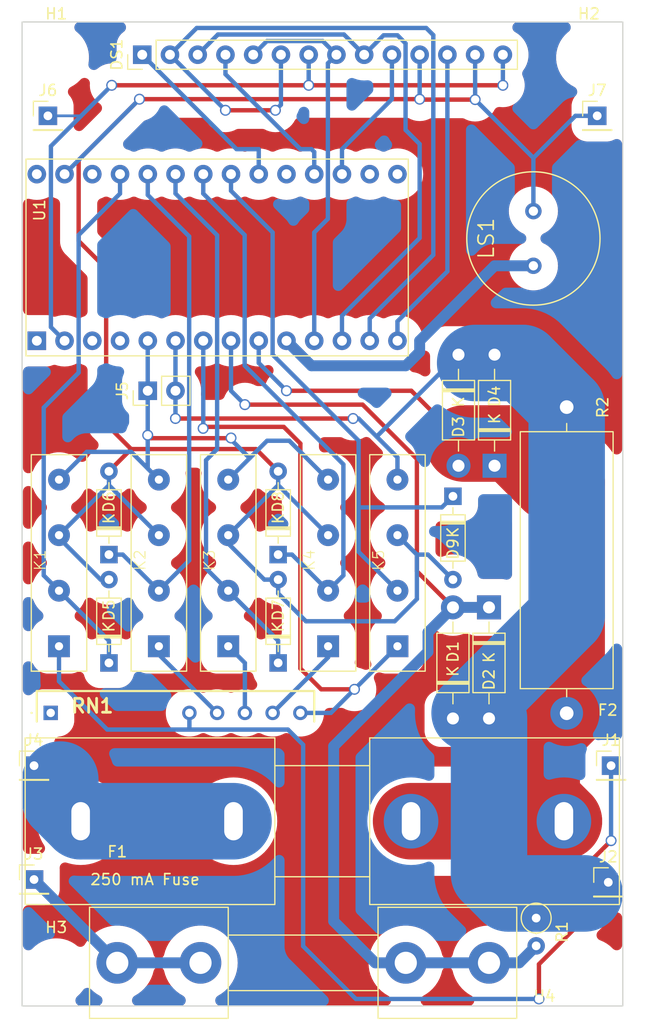
<source format=kicad_pcb>
(kicad_pcb (version 20221018) (generator pcbnew)
  (layers (0 "F.Cu" signal) (31 "B.Cu" signal) (34 "B.Paste" user) (35 "F.Paste" user) (36 "B.SilkS" user "B.Silkscreen") (37 "F.SilkS" user "F.Silkscreen") (38 "B.Mask" user) (39 "F.Mask" user) (44 "Edge.Cuts" user))
  (net 0 "")
  (net 1 "+3.3V")
  (net 2 "GND")
  (net 7 "/Speaker Control")
  (net 13 "/Input Common")
  (net 14 "/mA ADC In")
  (net 15 "/A ADC In")
  (net 16 "/TOUCH IRQ")
  (net 17 "/MISO")
  (net 18 "/MOSI")
  (net 19 "/TOUCH CS")
  (net 20 "/SCK")
  (net 21 "/TFT DC")
  (net 22 "/TFT CS")
  (net 23 "/mA In")
  (net 24 "/A In")
  (net 25 "/V{slash}Ohm In")
  (net 26 "/V{slash}Ohm ADC In")
  (net 27 "/Low Range Control")
  (net 28 "/Med Range Control")
  (net 29 "/High Range Control")
  (net 30 "/UH Range Control")
  (net 31 "/Ohm Vout")
  (net 32 "/V{slash}Ohm Control")
  (net 33 "Net-(K2-COM)")
  (net 34 "Net-(K3-COM)")
  (net 35 "Net-(K4-COM)")
  (footprint "502ProjectFootprints:SIL03-1A72-71_4" (layer "F.Cu") (at 139.192 102.87 90)
    (fp_text reference "K3" (at 0.254 -1.73 90 unlocked) (layer "F.SilkS") (effects (font (thickness 0.1))))
    (fp_text value "High Range")
    (pad "1" thru_hole rect (at -7.62 0 90) (size 2 2) (drill 0.75) (layers "*.Cu" "*.Mask") (net 34 "Net-(K3-COM)"))
    (pad "3" thru_hole circle (at -2.54 0 90) (size 2 2) (drill 0.75) (layers "*.Cu" "*.Mask" "Eco1.User") (net 29 "/High Range Control"))
    (pad "5" thru_hole circle (at 2.54 0 90) (size 2 2) (drill 0.75) (layers "*.Cu" "*.Mask") (net 2 "GND"))
    (pad "7" thru_hole circle (at 7.62 0 90) (size 2 2) (drill 0.75) (layers "*.Cu" "*.Mask") (net 26 "/V{slash}Ohm ADC In"))
  )
  (footprint "502ProjectFootprints:LF124041_4" (layer "F.Cu") (at 145.9992 124.968)
    (fp_text reference "F2" (at 27.94 -8.636 unlocked) (layer "F.SilkS"))
    (fp_text value "10A Fuse")
    (pad "1" thru_hole circle (at -20.32 1.524) (size 5 5) (drill oval 1.7 3.5) (layers "*.Cu" "*.Mask") (net 24 "/A In"))
    (pad "2" thru_hole circle (at -6.3246 1.524) (size 5 5) (drill oval 1.7 3.5) (layers "*.Cu" "*.Mask") (net 24 "/A In"))
    (pad "3" thru_hole circle (at 9.9314 1.524) (size 5 5) (drill oval 1.7 3.5) (layers "*.Cu" "*.Mask") (net 15 "/A ADC In"))
    (pad "4" thru_hole circle (at 23.9268 1.524) (size 5 5) (drill oval 1.7 3.5) (layers "*.Cu" "*.Mask") (net 15 "/A ADC In"))
  )
  (footprint "502ProjectFootprints:MountingHole_3mm" (layer "F.Cu") (at 172.212 140.208)
    (fp_text reference "H4" (at -4.064 2.286) (layer "F.SilkS"))
    (fp_text value "MountingHole")
    (pad "" np_thru_hole circle (at 0 0) (size 3 3) (drill 3) (layers "F&B.Cu" "*.Mask") (clearance 1.5))
  )
  (footprint "Diode_THT:D_DO-35_SOD27_P7.62mm_Horizontal" (layer "F.Cu") (at 128.27 102.108 90)
    (fp_text reference "D6" (at 4.826 0 90) (layer "F.SilkS"))
    (fp_text value "1N4148")
    (fp_text user "K" (at 3.302 0 90) (layer "F.SilkS"))
    (pad "1" thru_hole rect (at 0 0 90) (size 1.6 1.6) (drill 0.8) (layers "*.Cu" "*.Mask") (net 28 "/Med Range Control"))
    (pad "2" thru_hole oval (at 7.62 0 90) (size 1.6 1.6) (drill 0.8) (layers "*.Cu" "*.Mask") (net 2 "GND"))
  )
  (footprint "502ProjectFootprints:PinHeader_1x01_P2.54mm_Vertical_H0.8mm" (layer "F.Cu") (at 121.412 121.412)
    (fp_text reference "J4" (at 0 -2.33) (layer "F.SilkS"))
    (fp_text value "A")
    (pad "1" thru_hole rect (at 0 0) (size 1.7 1.7) (drill 0.8) (layers "*.Cu" "*.Mask") (net 24 "/A In"))
  )
  (footprint "Diode_THT:D_DO-41_SOD81_P10.16mm_Horizontal" (layer "F.Cu") (at 163.068 106.934 -90)
    (fp_text reference "D2" (at 6.604 0 90) (layer "F.SilkS"))
    (fp_text value "1N4001")
    (fp_text user "K" (at 4.572 0 90) (layer "F.SilkS"))
    (pad "1" thru_hole rect (at 0 0 270) (size 2.2 2.2) (drill 1.1) (layers "*.Cu" "*.Mask") (net 14 "/mA ADC In"))
    (pad "2" thru_hole oval (at 10.16 0 270) (size 2.2 2.2) (drill 1.1) (layers "*.Cu" "*.Mask") (net 13 "/Input Common"))
  )
  (footprint "502ProjectFootprints:PinHeader_1x01_P2.54mm_Vertical_H0.8mm" (layer "F.Cu") (at 172.974 61.976)
    (fp_text reference "J7" (at 0 -2.33) (layer "F.SilkS"))
    (fp_text value "GND")
    (pad "1" thru_hole rect (at 0 0) (size 1.7 1.7) (drill 0.8) (layers "*.Cu" "*.Mask") (net 2 "GND"))
  )
  (footprint "Diode_THT:D_DO-35_SOD27_P7.62mm_Horizontal" (layer "F.Cu") (at 159.766 96.774 -90)
    (fp_text reference "D9" (at 4.826 0 90) (layer "F.SilkS"))
    (fp_text value "1N4148")
    (fp_text user "K" (at 3.302 0 90) (layer "F.SilkS"))
    (pad "1" thru_hole rect (at 0 0 270) (size 1.6 1.6) (drill 0.8) (layers "*.Cu" "*.Mask") (net 32 "/V{slash}Ohm Control"))
    (pad "2" thru_hole oval (at 7.62 0 270) (size 1.6 1.6) (drill 0.8) (layers "*.Cu" "*.Mask") (net 2 "GND"))
  )
  (footprint "502ProjectFootprints:SIL03-1A72-71_4" (layer "F.Cu") (at 154.686 102.87 90)
    (fp_text reference "K5" (at 0.254 -1.73 90 unlocked) (layer "F.SilkS") (effects (font (thickness 0.1))))
    (fp_text value "V/Ohm Switch")
    (pad "1" thru_hole rect (at -7.62 0 90) (size 2 2) (drill 0.75) (layers "*.Cu" "*.Mask") (net 31 "/Ohm Vout"))
    (pad "3" thru_hole circle (at -2.54 0 90) (size 2 2) (drill 0.75) (layers "*.Cu" "*.Mask" "Eco1.User") (net 32 "/V{slash}Ohm Control"))
    (pad "5" thru_hole circle (at 2.54 0 90) (size 2 2) (drill 0.75) (layers "*.Cu" "*.Mask") (net 2 "GND"))
    (pad "7" thru_hole circle (at 7.62 0 90) (size 2 2) (drill 0.75) (layers "*.Cu" "*.Mask") (net 13 "/Input Common"))
  )
  (footprint "Diode_THT:D_DO-41_SOD81_P10.16mm_Horizontal" (layer "F.Cu") (at 159.766 117.094 90)
    (fp_text reference "D1" (at 6.096 0 90) (layer "F.SilkS"))
    (fp_text value "1N4001")
    (fp_text user "K" (at 4.318 0 90) (layer "F.SilkS"))
    (pad "1" thru_hole rect (at 0 0 90) (size 2.2 2.2) (drill 1.1) (layers "*.Cu" "*.Mask") (net 13 "/Input Common"))
    (pad "2" thru_hole oval (at 10.16 0 90) (size 2.2 2.2) (drill 1.1) (layers "*.Cu" "*.Mask") (net 14 "/mA ADC In"))
  )
  (footprint "502ProjectFootprints:PinHeader_1x01_P2.54mm_Vertical_H0.8mm" (layer "F.Cu") (at 121.412 131.826)
    (fp_text reference "J3" (at 0 -2.33) (layer "F.SilkS"))
    (fp_text value "mA")
    (pad "1" thru_hole rect (at 0 0) (size 1.7 1.7) (drill 0.8) (layers "*.Cu" "*.Mask") (net 23 "/mA In"))
  )
  (footprint "502ProjectFootprints:MountingHole_3mm" (layer "F.Cu") (at 123.444 140.208)
    (fp_text reference "H3" (at 0 -4) (layer "F.SilkS"))
    (fp_text value "MountingHole")
    (pad "" np_thru_hole circle (at 0 0) (size 3 3) (drill 3) (layers "F&B.Cu" "*.Mask") (clearance 1.5))
  )
  (footprint "Resistor_THT:R_Axial_DIN0207_L6.3mm_D2.5mm_P2.54mm_Vertical" (layer "F.Cu") (at 167.386 135.353 -90)
    (fp_text reference "R1" (at 1.27 -2.37 90) (layer "F.SilkS"))
    (fp_text value "5 Ohm")
    (pad "1" thru_hole circle (at 0 0 270) (size 1.6 1.6) (drill 0.8) (layers "*.Cu" "*.Mask") (net 13 "/Input Common"))
    (pad "2" thru_hole oval (at 2.54 0 270) (size 1.6 1.6) (drill 0.8) (layers "*.Cu" "*.Mask") (net 14 "/mA ADC In"))
  )
  (footprint "502ProjectFootprints:LOB-1528272_3" (layer "F.Cu") (at 170.18 102.616 90)
    (fp_text reference "R2" (at 13.97 3.302 90 unlocked) (layer "F.SilkS"))
    (fp_text value "0.05 Ohm")
    (pad "1" thru_hole circle (at -14 0 90) (size 3 3) (drill 1.25) (layers "*.Cu" "*.Mask") (net 15 "/A ADC In"))
    (pad "2" thru_hole circle (at 14 0 90) (size 3 3) (drill 1.25) (layers "*.Cu" "*.Mask") (net 13 "/Input Common"))
  )
  (footprint "502ProjectFootprints:MountingHole_3mm" (layer "F.Cu") (at 123.444 56.642)
    (fp_text reference "H1" (at 0 -4) (layer "F.SilkS"))
    (fp_text value "MountingHole")
    (pad "" np_thru_hole circle (at 0 0) (size 3 3) (drill 3) (layers "F&B.Cu" "*.Mask") (clearance 1.5))
  )
  (footprint "502ProjectFootprints:PinHeader_1x01_P2.54mm_Vertical_H0.8mm" (layer "F.Cu") (at 174.244 121.412)
    (fp_text reference "J1" (at 0 -2.33) (layer "F.SilkS"))
    (fp_text value "V/Ohm")
    (pad "1" thru_hole rect (at 0 0) (size 1.7 1.7) (drill 0.8) (layers "*.Cu" "*.Mask") (net 25 "/V{slash}Ohm In"))
  )
  (footprint "502ProjectFootprints:PinHeader_1x01_P2.54mm_Vertical_H0.8mm" (layer "F.Cu") (at 173.99 132.08)
    (fp_text reference "J2" (at 0 -2.33) (layer "F.SilkS"))
    (fp_text value "Com")
    (pad "1" thru_hole rect (at 0 0) (size 1.7 1.7) (drill 0.8) (layers "*.Cu" "*.Mask") (net 13 "/Input Common"))
  )
  (footprint "502ProjectFootprints:PinHeader_1x01_P2.54mm_Vertical_H0.8mm" (layer "F.Cu") (at 122.682 61.976)
    (fp_text reference "J6" (at 0 -2.33) (layer "F.SilkS"))
    (fp_text value "3.3V")
    (pad "1" thru_hole rect (at 0 0) (size 1.7 1.7) (drill 0.8) (layers "*.Cu" "*.Mask") (net 1 "+3.3V"))
  )
  (footprint "Diode_THT:D_DO-35_SOD27_P7.62mm_Horizontal" (layer "F.Cu") (at 143.764 102.108 90)
    (fp_text reference "D8" (at 4.826 0 90) (layer "F.SilkS"))
    (fp_text value "1N4148")
    (fp_text user "K" (at 3.302 0 90) (layer "F.SilkS"))
    (pad "1" thru_hole rect (at 0 0 90) (size 1.6 1.6) (drill 0.8) (layers "*.Cu" "*.Mask") (net 30 "/UH Range Control"))
    (pad "2" thru_hole oval (at 7.62 0 90) (size 1.6 1.6) (drill 0.8) (layers "*.Cu" "*.Mask") (net 2 "GND"))
  )
  (footprint "Diode_THT:D_DO-35_SOD27_P7.62mm_Horizontal" (layer "F.Cu") (at 143.764 112.014 90)
    (fp_text reference "D7" (at 4.826 0 90) (layer "F.SilkS"))
    (fp_text value "1N4148")
    (fp_text user "K" (at 3.302 0 90) (layer "F.SilkS"))
    (pad "1" thru_hole rect (at 0 0 90) (size 1.6 1.6) (drill 0.8) (layers "*.Cu" "*.Mask") (net 29 "/High Range Control"))
    (pad "2" thru_hole oval (at 7.62 0 90) (size 1.6 1.6) (drill 0.8) (layers "*.Cu" "*.Mask") (net 2 "GND"))
  )
  (footprint "502ProjectFootprints:SIL03-1A72-71_4" (layer "F.Cu") (at 123.698 102.87 90)
    (fp_text reference "K1" (at 0.254 -1.73 90 unlocked) (layer "F.SilkS") (effects (font (thickness 0.1))))
    (fp_text value "Low Range")
    (pad "1" thru_hole rect (at -7.62 0 90) (size 2 2) (drill 0.75) (layers "*.Cu" "*.Mask") (net 25 "/V{slash}Ohm In"))
    (pad "3" thru_hole circle (at -2.54 0 90) (size 2 2) (drill 0.75) (layers "*.Cu" "*.Mask" "Eco1.User") (net 27 "/Low Range Control"))
    (pad "5" thru_hole circle (at 2.54 0 90) (size 2 2) (drill 0.75) (layers "*.Cu" "*.Mask") (net 2 "GND"))
    (pad "7" thru_hole circle (at 7.62 0 90) (size 2 2) (drill 0.75) (layers "*.Cu" "*.Mask") (net 26 "/V{slash}Ohm ADC In"))
  )
  (footprint "502ProjectFootprints:PinHeader_1x02_P2.54mm_Vertical_H0.9mm" (layer "F.Cu") (at 131.821 87.122 90)
    (fp_text reference "J5" (at 0 -2.33 90) (layer "F.SilkS"))
    (fp_text value "Parallel Prot")
    (pad "1" thru_hole rect (at 0 0 90) (size 1.7 1.7) (drill 0.9) (layers "*.Cu" "*.Mask") (net 26 "/V{slash}Ohm ADC In"))
    (pad "2" thru_hole oval (at 0 2.54 90) (size 1.7 1.7) (drill 0.9) (layers "*.Cu" "*.Mask") (net 13 "/Input Common"))
  )
  (footprint "502ProjectFootprints:PinHeader_1x14_P2.54mm_Vertical_H0.9mm" (layer "F.Cu") (at 131.318 56.388 90)
    (fp_text reference "DS1" (at 0 -2.33 90) (layer "F.SilkS"))
    (fp_text value "TFT_Interface")
    (pad "1" thru_hole rect (at 0 0 90) (size 1.7 1.7) (drill 0.9) (layers "*.Cu" "*.Mask") (net 16 "/TOUCH IRQ"))
    (pad "2" thru_hole oval (at 0 2.54 90) (size 1.7 1.7) (drill 0.9) (layers "*.Cu" "*.Mask") (net 17 "/MISO"))
    (pad "3" thru_hole oval (at 0 5.08 90) (size 1.7 1.7) (drill 0.9) (layers "*.Cu" "*.Mask") (net 18 "/MOSI"))
    (pad "4" thru_hole oval (at 0 7.62 90) (size 1.7 1.7) (drill 0.9) (layers "*.Cu" "*.Mask") (net 19 "/TOUCH CS"))
    (pad "5" thru_hole oval (at 0 10.16 90) (size 1.7 1.7) (drill 0.9) (layers "*.Cu" "*.Mask") (net 20 "/SCK"))
    (pad "6" thru_hole oval (at 0 12.7 90) (size 1.7 1.7) (drill 0.9) (layers "*.Cu" "*.Mask") (net 17 "/MISO"))
    (pad "7" thru_hole oval (at 0 15.24 90) (size 1.7 1.7) (drill 0.9) (layers "*.Cu" "*.Mask") (net 1 "+3.3V"))
    (pad "8" thru_hole oval (at 0 17.78 90) (size 1.7 1.7) (drill 0.9) (layers "*.Cu" "*.Mask") (net 20 "/SCK"))
    (pad "9" thru_hole oval (at 0 20.32 90) (size 1.7 1.7) (drill 0.9) (layers "*.Cu" "*.Mask") (net 18 "/MOSI"))
    (pad "10" thru_hole oval (at 0 22.86 90) (size 1.7 1.7) (drill 0.9) (layers "*.Cu" "*.Mask") (net 21 "/TFT DC"))
    (pad "11" thru_hole oval (at 0 25.4 90) (size 1.7 1.7) (drill 0.9) (layers "*.Cu" "*.Mask") (net 2 "GND"))
    (pad "12" thru_hole oval (at 0 27.94 90) (size 1.7 1.7) (drill 0.9) (layers "*.Cu" "*.Mask") (net 22 "/TFT CS"))
    (pad "13" thru_hole oval (at 0 30.48 90) (size 1.7 1.7) (drill 0.9) (layers "*.Cu" "*.Mask") (net 2 "GND"))
    (pad "14" thru_hole oval (at 0 33.02 90) (size 1.7 1.7) (drill 0.9) (layers "*.Cu" "*.Mask") (net 1 "+3.3V"))
  )
  (footprint "Diode_THT:D_DO-41_SOD81_P10.16mm_Horizontal" (layer "F.Cu") (at 163.576 93.98 90)
    (fp_text reference "D4" (at 6.35 0 90) (layer "F.SilkS"))
    (fp_text value "1N4001")
    (fp_text user "K" (at 4.318 0 90) (layer "F.SilkS"))
    (pad "1" thru_hole rect (at 0 0 90) (size 2.2 2.2) (drill 1.1) (layers "*.Cu" "*.Mask") (net 15 "/A ADC In"))
    (pad "2" thru_hole oval (at 10.16 0 90) (size 2.2 2.2) (drill 1.1) (layers "*.Cu" "*.Mask") (net 13 "/Input Common"))
  )
  (footprint "502ProjectFootprints:1776-C68-1" (layer "F.Cu") (at 122.936 116.586)
    (fp_text reference "RN1" (at 3.81 -0.635) (layer "F.SilkS") (effects (font (size 1.27 1.27) (thickness 0.254))))
    (fp_text value "1776-C68" hide)
    (pad "1" thru_hole rect (at 0 0) (size 1.32 1.32) (drill 0.77) (layers "*.Cu" "*.Mask"))
    (pad "2" thru_hole circle (at 12.7 0) (size 1.32 1.32) (drill 0.77) (layers "*.Cu" "*.Mask") (net 25 "/V{slash}Ohm In"))
    (pad "3" thru_hole circle (at 15.24 0) (size 1.32 1.32) (drill 0.77) (layers "*.Cu" "*.Mask") (net 33 "Net-(K2-COM)"))
    (pad "4" thru_hole circle (at 17.78 0) (size 1.32 1.32) (drill 0.77) (layers "*.Cu" "*.Mask") (net 34 "Net-(K3-COM)"))
    (pad "5" thru_hole circle (at 20.32 0) (size 1.32 1.32) (drill 0.77) (layers "*.Cu" "*.Mask") (net 35 "Net-(K4-COM)"))
    (pad "6" thru_hole circle (at 22.86 0) (size 1.32 1.32) (drill 0.77) (layers "*.Cu" "*.Mask") (net 31 "/Ohm Vout"))
  )
  (footprint "502ProjectFootprints:XDCR_PS1240P02BT" (layer "F.Cu") (at 167.132 73.192 90)
    (fp_text reference "LS1" (at 0 -4.318 90) (layer "F.SilkS") (effects (font (size 1.4 1.4))))
    (fp_text value "PS1240P02BT")
    (pad "1" thru_hole circle (at -2.5 0 90) (size 1.5 1.5) (drill 0.85) (layers "*.Cu" "*.Mask") (net 7 "/Speaker Control"))
    (pad "2" thru_hole circle (at 2.5 0 90) (size 1.5 1.5) (drill 0.85) (layers "*.Cu" "*.Mask") (net 2 "GND"))
  )
  (footprint "Diode_THT:D_DO-35_SOD27_P7.62mm_Horizontal" (layer "F.Cu") (at 128.27 112.014 90)
    (fp_text reference "D5" (at 4.826 0 90) (layer "F.SilkS"))
    (fp_text value "1N4148")
    (fp_text user "K" (at 3.302 0 90) (layer "F.SilkS"))
    (pad "1" thru_hole rect (at 0 0 90) (size 1.6 1.6) (drill 0.8) (layers "*.Cu" "*.Mask") (net 27 "/Low Range Control"))
    (pad "2" thru_hole oval (at 7.62 0 90) (size 1.6 1.6) (drill 0.8) (layers "*.Cu" "*.Mask") (net 2 "GND"))
  )
  (footprint "502ProjectFootprints:MountingHole_3mm" (layer "F.Cu") (at 172.212 56.642)
    (fp_text reference "H2" (at 0 -4) (layer "F.SilkS"))
    (fp_text value "MountingHole")
    (pad "" np_thru_hole circle (at 0 0) (size 3 3) (drill 3) (layers "F&B.Cu" "*.Mask") (clearance 1.5))
  )
  (footprint "502ProjectFootprints:ItsyBitsy" (layer "F.Cu") (at 138.176 74.93 90)
    (fp_text reference "U1" (at 4.318 -16.256 90 unlocked) (layer "F.SilkS"))
    (fp_text value "ItsyBitsy_NRF52840_Big")
    (pad "1" thru_hole rect (at -7.62 -16.51 90) (size 1.7 1.7) (drill 0.9) (layers "*.Cu" "*.Mask"))
    (pad "2" thru_hole circle (at -7.62 -13.97 90) (size 1.7 1.7) (drill 0.9) (layers "*.Cu" "*.Mask") (net 1 "+3.3V"))
    (pad "3" thru_hole circle (at -7.62 -11.43 90) (size 1.7 1.7) (drill 0.9) (layers "*.Cu" "*.Mask"))
    (pad "4" thru_hole circle (at -7.62 -8.89 90) (size 1.7 1.7) (drill 0.9) (layers "*.Cu" "*.Mask"))
    (pad "5" thru_hole circle (at -7.62 -6.35 90) (size 1.7 1.7) (drill 0.9) (layers "*.Cu" "*.Mask") (net 26 "/V{slash}Ohm ADC In"))
    (pad "6" thru_hole circle (at -7.62 -3.81 90) (size 1.7 1.7) (drill 0.9) (layers "*.Cu" "*.Mask") (net 13 "/Input Common"))
    (pad "7" thru_hole circle (at -7.62 -1.27 90) (size 1.7 1.7) (drill 0.9) (layers "*.Cu" "*.Mask") (net 31 "/Ohm Vout"))
    (pad "8" thru_hole circle (at -7.62 1.27 90) (size 1.7 1.7) (drill 0.9) (layers "*.Cu" "*.Mask") (net 14 "/mA ADC In"))
    (pad "9" thru_hole circle (at -7.62 3.81 90) (size 1.7 1.7) (drill 0.9) (layers "*.Cu" "*.Mask") (net 15 "/A ADC In"))
    (pad "10" thru_hole circle (at -7.62 6.35 90) (size 1.7 1.7) (drill 0.9) (layers "*.Cu" "*.Mask") (net 7 "/Speaker Control"))
    (pad "11" thru_hole circle (at -7.62 8.89 90) (size 1.7 1.7) (drill 0.9) (layers "*.Cu" "*.Mask") (net 20 "/SCK"))
    (pad "12" thru_hole circle (at -7.62 11.43 90) (size 1.7 1.7) (drill 0.9) (layers "*.Cu" "*.Mask") (net 18 "/MOSI"))
    (pad "13" thru_hole circle (at -7.62 13.97 90) (size 1.7 1.7) (drill 0.9) (layers "*.Cu" "*.Mask") (net 17 "/MISO"))
    (pad "14" thru_hole circle (at -7.62 16.51 90) (size 1.7 1.7) (drill 0.9) (layers "*.Cu" "*.Mask") (net 22 "/TFT CS"))
    (pad "15" thru_hole circle (at 7.62 16.51 90) (size 1.7 1.7) (drill 0.9) (layers "*.Cu" "*.Mask"))
    (pad "16" thru_hole circle (at 7.62 13.97 90) (size 1.7 1.7) (drill 0.9) (layers "*.Cu" "*.Mask"))
    (pad "17" thru_hole circle (at 7.62 11.43 90) (size 1.7 1.7) (drill 0.9) (layers "*.Cu" "*.Mask") (net 21 "/TFT DC"))
    (pad "18" thru_hole circle (at 7.62 8.89 90) (size 1.7 1.7) (drill 0.9) (layers "*.Cu" "*.Mask") (net 19 "/TOUCH CS"))
    (pad "19" thru_hole circle (at 7.62 6.35 90) (size 1.7 1.7) (drill 0.9) (layers "*.Cu" "*.Mask"))
    (pad "20" thru_hole circle (at 7.62 3.81 90) (size 1.7 1.7) (drill 0.9) (layers "*.Cu" "*.Mask") (net 16 "/TOUCH IRQ"))
    (pad "21" thru_hole circle (at 7.62 1.27 90) (size 1.7 1.7) (drill 0.9) (layers "*.Cu" "*.Mask") (net 32 "/V{slash}Ohm Control"))
    (pad "22" thru_hole circle (at 7.62 -1.27 90) (size 1.7 1.7) (drill 0.9) (layers "*.Cu" "*.Mask") (net 30 "/UH Range Control"))
    (pad "23" thru_hole circle (at 7.62 -3.81 90) (size 1.7 1.7) (drill 0.9) (layers "*.Cu" "*.Mask") (net 29 "/High Range Control"))
    (pad "24" thru_hole circle (at 7.62 -6.35 90) (size 1.7 1.7) (drill 0.9) (layers "*.Cu" "*.Mask") (net 28 "/Med Range Control"))
    (pad "25" thru_hole circle (at 7.62 -8.89 90) (size 1.7 1.7) (drill 0.9) (layers "*.Cu" "*.Mask") (net 27 "/Low Range Control"))
    (pad "26" thru_hole circle (at 7.62 -11.43 90) (size 1.7 1.7) (drill 0.9) (layers "*.Cu" "*.Mask"))
    (pad "27" thru_hole circle (at 7.62 -13.97 90) (size 1.7 1.7) (drill 0.9) (layers "*.Cu" "*.Mask") (net 2 "GND"))
    (pad "28" thru_hole circle (at 7.62 -16.51 90) (size 1.7 1.7) (drill 0.9) (layers "*.Cu" "*.Mask"))
  )
  (footprint "502ProjectFootprints:LF124061_1" (layer "F.Cu") (at 146.812 139.446)
    (fp_text reference "F1" (at -17.78 -10.16 unlocked) (layer "F.SilkS"))
    (fp_text value "250mA Fuse")
    (fp_text user "250 mA Fuse" (at -15.24 -7.62 unlocked) (layer "F.SilkS"))
    (pad "1" thru_hole circle (at -17.78 0) (size 3.81 3.81) (drill 2.032) (layers "*.Cu" "*.Mask") (net 23 "/mA In"))
    (pad "2" thru_hole circle (at -10.16 0) (size 3.81 3.81) (drill 2.032) (layers "*.Cu" "*.Mask") (net 23 "/mA In"))
    (pad "3" thru_hole circle (at 8.636 0) (size 3.81 3.81) (drill 2.032) (layers "*.Cu" "*.Mask") (net 14 "/mA ADC In"))
    (pad "4" thru_hole circle (at 16.256 0) (size 3.81 3.81) (drill 2.032) (layers "*.Cu" "*.Mask") (net 14 "/mA ADC In"))
  )
  (footprint "502ProjectFootprints:SIL03-1A72-71_4" (layer "F.Cu") (at 132.842 102.87 90)
    (fp_text reference "K2" (at 0.254 -1.73 90 unlocked) (layer "F.SilkS") (effects (font (thickness 0.1))))
    (fp_text value "Medium Range")
    (pad "1" thru_hole rect (at -7.62 0 90) (size 2 2) (drill 0.75) (layers "*.Cu" "*.Mask") (net 33 "Net-(K2-COM)"))
    (pad "3" thru_hole circle (at -2.54 0 90) (size 2 2) (drill 0.75) (layers "*.Cu" "*.Mask" "Eco1.User") (net 28 "/Med Range Control"))
    (pad "5" thru_hole circle (at 2.54 0 90) (size 2 2) (drill 0.75) (layers "*.Cu" "*.Mask") (net 2 "GND"))
    (pad "7" thru_hole circle (at 7.62 0 90) (size 2 2) (drill 0.75) (layers "*.Cu" "*.Mask") (net 26 "/V{slash}Ohm ADC In"))
  )
  (footprint "502ProjectFootprints:SIL03-1A72-71_4" (layer "F.Cu") (at 148.336 102.87 90)
    (fp_text reference "K4" (at 0.254 -1.73 90 unlocked) (layer "F.SilkS") (effects (font (thickness 0.1))))
    (fp_text value "UH Range (Ohm Only)")
    (pad "1" thru_hole rect (at -7.62 0 90) (size 2 2) (drill 0.75) (layers "*.Cu" "*.Mask") (net 35 "Net-(K4-COM)"))
    (pad "3" thru_hole circle (at -2.54 0 90) (size 2 2) (drill 0.75) (layers "*.Cu" "*.Mask" "Eco1.User") (net 30 "/UH Range Control"))
    (pad "5" thru_hole circle (at 2.54 0 90) (size 2 2) (drill 0.75) (layers "*.Cu" "*.Mask") (net 2 "GND"))
    (pad "7" thru_hole circle (at 7.62 0 90) (size 2 2) (drill 0.75) (layers "*.Cu" "*.Mask") (net 26 "/V{slash}Ohm ADC In"))
  )
  (footprint "Diode_THT:D_DO-41_SOD81_P10.16mm_Horizontal" (layer "F.Cu") (at 160.274 83.82 -90)
    (fp_text reference "D3" (at 6.604 0 90) (layer "F.SilkS"))
    (fp_text value "1N4001")
    (fp_text user "K" (at 4.318 0 90) (layer "F.SilkS"))
    (pad "1" thru_hole rect (at 0 0 270) (size 2.2 2.2) (drill 1.1) (layers "*.Cu" "*.Mask") (net 13 "/Input Common"))
    (pad "2" thru_hole oval (at 10.16 0 270) (size 2.2 2.2) (drill 1.1) (layers "*.Cu" "*.Mask") (net 15 "/A ADC In"))
  )
  (gr_rect (start 120.318 53.388) (end 175.318 143.388) (stroke (width 0.1)) (fill none) (layer "Edge.Cuts"))
  (gr_rect (start 120.318 53.388) (end 175.318 143.388) (stroke (width 0.1)) (fill none) (layer "Edge.Cuts"))
  (segment (start 146.558 59.182) (end 128.524 59.182) (width 0.4) (layer "F.Cu") (net 1))
  (segment (start 164.338 59.182) (end 146.558 59.182) (width 0.4) (layer "F.Cu") (net 1))
  (via (at 164.338 59.182) (size 1) (drill 0.75) (layers "F.Cu" "B.Cu") (net 1))
  (via (at 146.558 59.182) (size 1) (drill 0.75) (layers "F.Cu" "B.Cu") (net 1))
  (via (at 128.524 59.182) (size 1) (drill 0.75) (layers "F.Cu" "B.Cu") (net 1))
  (segment (start 122.682 61.976) (end 125.73 61.976) (width 0.25) (layer "B.Cu") (net 1))
  (segment (start 122.956 81.3) (end 124.206 82.55) (width 0.4) (layer "B.Cu") (net 1))
  (segment (start 128.524 59.182) (end 125.73 61.976) (width 0.4) (layer "B.Cu") (net 1))
  (segment (start 122.956 64.75) (end 122.956 81.3) (width 0.4) (layer "B.Cu") (net 1))
  (segment (start 146.558 56.388) (end 146.558 59.182) (width 0.4) (layer "B.Cu") (net 1))
  (segment (start 164.338 56.388) (end 164.338 59.182) (width 0.4) (layer "B.Cu") (net 1))
  (segment (start 125.73 61.976) (end 122.956 64.75) (width 0.4) (layer "B.Cu") (net 1))
  (segment (start 141.732 92.456) (end 143.764 94.488) (width 0.4) (layer "F.Cu") (net 2))
  (segment (start 128.27 94.488) (end 130.302 92.456) (width 0.4) (layer "F.Cu") (net 2))
  (segment (start 130.302 92.456) (end 141.732 92.456) (width 0.4) (layer "F.Cu") (net 2))
  (segment (start 131.064 60.452) (end 156.718 60.452) (width 0.4) (layer "F.Cu") (net 2))
  (segment (start 128.016 90.17) (end 128.016 75.946) (width 0.4) (layer "F.Cu") (net 2))
  (segment (start 125.496 66.02) (end 131.064 60.452) (width 0.4) (layer "F.Cu") (net 2))
  (segment (start 156.758 60.492) (end 156.718 60.452) (width 0.4) (layer "F.Cu") (net 2))
  (segment (start 128.016 75.946) (end 125.496 73.426) (width 0.4) (layer "F.Cu") (net 2))
  (segment (start 161.798 60.492) (end 156.758 60.492) (width 0.4) (layer "F.Cu") (net 2))
  (segment (start 125.496 73.426) (end 125.496 66.02) (width 0.4) (layer "F.Cu") (net 2))
  (segment (start 130.302 92.456) (end 128.016 90.17) (width 0.4) (layer "F.Cu") (net 2))
  (via (at 156.718 60.452) (size 1) (drill 0.75) (layers "F.Cu" "B.Cu") (net 2))
  (via (at 161.798 60.492) (size 1) (drill 0.75) (layers "F.Cu" "B.Cu") (net 2))
  (via (at 131.064 60.452) (size 1) (drill 0.75) (layers "F.Cu" "B.Cu") (net 2))
  (segment (start 142.494 104.394) (end 139.192 101.092) (width 0.4) (layer "B.Cu") (net 2))
  (segment (start 128.27 95.758) (end 132.842 100.33) (width 0.4) (layer "B.Cu") (net 2))
  (segment (start 139.192 100.33) (end 143.764 95.758) (width 0.4) (layer "B.Cu") (net 2))
  (segment (start 156.464 102.108) (end 156.464 106.172) (width 0.4) (layer "B.Cu") (net 2))
  (segment (start 146.304 108.204) (end 143.764 105.664) (width 0.4) (layer "B.Cu") (net 2))
  (segment (start 170.982 61.976) (end 172.974 61.976) (width 0.4) (layer "B.Cu") (net 2))
  (segment (start 167.132 65.826) (end 170.982 61.976) (width 0.4) (layer "B.Cu") (net 2))
  (segment (start 156.718 56.388) (end 156.718 60.452) (width 0.4) (layer "B.Cu") (net 2))
  (segment (start 156.464 106.172) (end 154.432 108.204) (width 0.4) (layer "B.Cu") (net 2))
  (segment (start 143.764 105.664) (end 143.764 104.394) (width 0.4) (layer "B.Cu") (net 2))
  (segment (start 143.764 104.394) (end 142.494 104.394) (width 0.4) (layer "B.Cu") (net 2))
  (segment (start 139.192 101.092) (end 139.192 100.33) (width 0.4) (layer "B.Cu") (net 2))
  (segment (start 131.064 60.452) (end 124.206 67.31) (width 0.4) (layer "B.Cu") (net 2))
  (segment (start 167.132 70.692) (end 167.132 65.826) (width 0.4) (layer "B.Cu") (net 2))
  (segment (start 154.686 100.33) (end 156.464 102.108) (width 0.4) (layer "B.Cu") (net 2))
  (segment (start 123.698 100.33) (end 128.27 95.758) (width 0.4) (layer "B.Cu") (net 2))
  (segment (start 167.132 65.826) (end 161.798 60.492) (width 0.4) (layer "B.Cu") (net 2))
  (segment (start 159.766 104.394) (end 157.48 102.108) (width 0.4) (layer "B.Cu") (net 2))
  (segment (start 157.48 102.108) (end 156.464 102.108) (width 0.4) (layer "B.Cu") (net 2))
  (segment (start 127.508 104.394) (end 123.698 100.584) (width 0.4) (layer "B.Cu") (net 2))
  (segment (start 123.698 100.584) (end 123.698 100.33) (width 0.4) (layer "B.Cu") (net 2))
  (segment (start 128.27 94.488) (end 128.27 95.758) (width 0.4) (layer "B.Cu") (net 2))
  (segment (start 143.764 94.488) (end 143.764 95.758) (width 0.4) (layer "B.Cu") (net 2))
  (segment (start 143.764 95.758) (end 148.336 100.33) (width 0.4) (layer "B.Cu") (net 2))
  (segment (start 128.27 104.394) (end 127.508 104.394) (width 0.4) (layer "B.Cu") (net 2))
  (segment (start 161.798 56.388) (end 161.798 60.492) (width 0.4) (layer "B.Cu") (net 2))
  (segment (start 154.432 108.204) (end 146.304 108.204) (width 0.4) (layer "B.Cu") (net 2))
  (segment (start 144.526 82.55) (end 146.812 84.836) (width 1) (layer "B.Cu") (net 7))
  (segment (start 156.718 82.55) (end 163.576 75.692) (width 1) (layer "B.Cu") (net 7))
  (segment (start 163.576 75.692) (end 167.132 75.692) (width 1) (layer "B.Cu") (net 7))
  (segment (start 156.718 83.566) (end 156.718 82.55) (width 1) (layer "B.Cu") (net 7))
  (segment (start 155.448 84.836) (end 156.718 83.566) (width 1) (layer "B.Cu") (net 7))
  (segment (start 146.812 84.836) (end 155.448 84.836) (width 1) (layer "B.Cu") (net 7))
  (segment (start 150.622 89.660957) (end 150.620957 89.662) (width 0.4) (layer "F.Cu") (net 13))
  (segment (start 150.620957 89.662) (end 134.366 89.662) (width 0.4) (layer "F.Cu") (net 13))
  (segment (start 134.366 89.662) (end 134.361 89.657) (width 0.4) (layer "F.Cu") (net 13))
  (via (at 150.622 89.660957) (size 1) (drill 0.75) (layers "F.Cu" "B.Cu") (net 13))
  (via (at 134.361 89.657) (size 1) (drill 0.75) (layers "F.Cu" "B.Cu") (net 13))
  (segment (start 150.622 89.660957) (end 151.128957 89.660957) (width 0.4) (layer "B.Cu") (net 13))
  (segment (start 151.128957 89.660957) (end 152.781 91.313) (width 0.4) (layer "B.Cu") (net 13))
  (segment (start 160.274 83.82) (end 152.781 91.313) (width 0.4) (layer "B.Cu") (net 13))
  (segment (start 170.18 107.696) (end 161.29 116.586) (width 7) (layer "B.Cu") (net 13))
  (segment (start 163.068 128.402125) (end 163.068 131.318) (width 7) (layer "B.Cu") (net 13))
  (segment (start 152.781 91.313) (end 154.686 93.218) (width 0.4) (layer "B.Cu") (net 13))
  (segment (start 163.068 131.318) (end 164.846 133.096) (width 7) (layer "B.Cu") (net 13))
  (segment (start 164.846 133.096) (end 171.818 133.096) (width 7) (layer "B.Cu") (net 13))
  (segment (start 163.576 83.82) (end 160.274 83.82) (width 0.4) (layer "B.Cu") (net 13))
  (segment (start 165.862 84.582) (end 161.798 84.582) (width 7) (layer "B.Cu") (net 13))
  (segment (start 154.686 93.218) (end 154.686 95.25) (width 0.4) (layer "B.Cu") (net 13))
  (segment (start 134.361 87.122) (end 134.361 89.657) (width 0.4) (layer "B.Cu") (net 13))
  (segment (start 163.068 117.094) (end 163.068 128.402125) (width 7) (layer "B.Cu") (net 13))
  (segment (start 134.361 87.122) (end 134.361 82.555) (width 0.4) (layer "B.Cu") (net 13))
  (segment (start 134.361 82.555) (end 134.366 82.55) (width 0.4) (layer "B.Cu") (net 13))
  (segment (start 170.18 88.616) (end 170.18 107.696) (width 7) (layer "B.Cu") (net 13))
  (segment (start 170.18 88.616) (end 166.146 84.582) (width 7) (layer "B.Cu") (net 13))
  (segment (start 166.146 84.582) (end 165.862 84.582) (width 7) (layer "B.Cu") (net 13))
  (segment (start 159.766 106.934) (end 156.464 103.632) (width 0.4) (layer "F.Cu") (net 14))
  (segment (start 151.499371 88.392) (end 140.716 88.392) (width 0.4) (layer "F.Cu") (net 14))
  (segment (start 156.464 93.356629) (end 151.499371 88.392) (width 0.4) (layer "F.Cu") (net 14))
  (segment (start 156.464 103.632) (end 156.464 93.356629) (width 0.4) (layer "F.Cu") (net 14))
  (via (at 140.716 88.392) (size 1) (drill 0.75) (layers "F.Cu" "B.Cu") (net 14))
  (segment (start 157.48 110.998) (end 157.48 109.22) (width 1) (layer "B.Cu") (net 14))
  (segment (start 148.844 119.634) (end 157.48 110.998) (width 1) (layer "B.Cu") (net 14))
  (segment (start 148.844 135.636) (end 148.844 119.634) (width 1) (layer "B.Cu") (net 14))
  (segment (start 163.068 106.934) (end 159.766 106.934) (width 1) (layer "B.Cu") (net 14))
  (segment (start 157.48 109.22) (end 159.766 106.934) (width 1) (layer "B.Cu") (net 14))
  (segment (start 155.448 139.446) (end 152.654 139.446) (width 1) (layer "B.Cu") (net 14))
  (segment (start 163.068 139.446) (end 165.833 139.446) (width 1) (layer "B.Cu") (net 14))
  (segment (start 165.833 139.446) (end 167.386 137.893) (width 1) (layer "B.Cu") (net 14))
  (segment (start 139.446 87.122) (end 139.446 82.55) (width 0.4) (layer "B.Cu") (net 14))
  (segment (start 163.068 139.446) (end 155.448 139.446) (width 1) (layer "B.Cu") (net 14))
  (segment (start 140.716 88.392) (end 139.446 87.122) (width 0.4) (layer "B.Cu") (net 14))
  (segment (start 152.654 139.446) (end 148.844 135.636) (width 1) (layer "B.Cu") (net 14))
  (segment (start 168.656 95.504) (end 165.1 91.948) (width 7) (layer "F.Cu") (net 15))
  (segment (start 144.526 87.122) (end 155.956 87.122) (width 0.4) (layer "F.Cu") (net 15))
  (segment (start 167.894 118.902) (end 167.894 124.46) (width 7) (layer "F.Cu") (net 15))
  (segment (start 170.18 95.504) (end 168.656 95.504) (width 7) (layer "F.Cu") (net 15))
  (segment (start 165.1 91.948) (end 160.782 91.948) (width 7) (layer "F.Cu") (net 15))
  (segment (start 155.956 87.122) (end 160.782 91.948) (width 0.4) (layer "F.Cu") (net 15))
  (segment (start 170.18 116.616) (end 170.18 95.504) (width 7) (layer "F.Cu") (net 15))
  (segment (start 155.9306 126.492) (end 169.926 126.492) (width 7) (layer "F.Cu") (net 15))
  (segment (start 170.18 116.616) (end 167.894 118.902) (width 7) (layer "F.Cu") (net 15))
  (segment (start 167.894 124.46) (end 169.926 126.492) (width 7) (layer "F.Cu") (net 15))
  (via (at 144.526 87.122) (size 1) (drill 0.75) (layers "F.Cu" "B.Cu") (net 15))
  (segment (start 144.50725 87.10325) (end 141.986 84.582) (width 0.4) (layer "B.Cu") (net 15))
  (segment (start 141.986 84.582) (end 141.986 82.55) (width 0.4) (layer "B.Cu") (net 15))
  (segment (start 144.50725 87.10325) (end 144.526 87.122) (width 0.4) (layer "B.Cu") (net 15))
  (segment (start 139.954 65.024) (end 141.986 65.024) (width 0.4) (layer "B.Cu") (net 16))
  (segment (start 131.318 56.388) (end 139.954 65.024) (width 0.4) (layer "B.Cu") (net 16))
  (segment (start 141.986 65.024) (end 141.986 67.31) (width 0.4) (layer "B.Cu") (net 16))
  (segment (start 138.938 61.468) (end 143.51 61.468) (width 0.4) (layer "F.Cu") (net 17))
  (via (at 143.51 61.468) (size 1) (drill 0.75) (layers "F.Cu" "B.Cu") (net 17))
  (via (at 138.938 61.468) (size 1) (drill 0.75) (layers "F.Cu" "B.Cu") (net 17))
  (segment (start 136.308 53.938) (end 133.858 56.388) (width 0.4) (layer "B.Cu") (net 17))
  (segment (start 157.968 74.696) (end 157.968 54.59) (width 0.4) (layer "B.Cu") (net 17))
  (segment (start 152.146 80.518) (end 157.968 74.696) (width 0.4) (layer "B.Cu") (net 17))
  (segment (start 143.51 61.468) (end 144.018 60.96) (width 0.4) (layer "B.Cu") (net 17))
  (segment (start 157.968 54.59) (end 157.316 53.938) (width 0.4) (layer "B.Cu") (net 17))
  (segment (start 133.858 56.388) (end 138.938 61.468) (width 0.4) (layer "B.Cu") (net 17))
  (segment (start 152.146 82.55) (end 152.146 80.518) (width 0.4) (layer "B.Cu") (net 17))
  (segment (start 144.018 60.96) (end 144.018 56.388) (width 0.4) (layer "B.Cu") (net 17))
  (segment (start 157.316 53.938) (end 136.308 53.938) (width 0.4) (layer "B.Cu") (net 17))
  (segment (start 138.248 54.538) (end 136.398 56.388) (width 0.4) (layer "B.Cu") (net 18))
  (segment (start 155.428 55.352) (end 154.686 54.61) (width 0.4) (layer "B.Cu") (net 18))
  (segment (start 155.428 63.266) (end 155.428 55.352) (width 0.4) (layer "B.Cu") (net 18))
  (segment (start 154.686 54.61) (end 153.416 54.61) (width 0.4) (layer "B.Cu") (net 18))
  (segment (start 149.606 82.55) (end 149.606 80.264) (width 0.4) (layer "B.Cu") (net 18))
  (segment (start 156.718 64.556) (end 155.428 63.266) (width 0.4) (layer "B.Cu") (net 18))
  (segment (start 156.718 73.152) (end 156.718 64.556) (width 0.4) (layer "B.Cu") (net 18))
  (segment (start 149.606 80.264) (end 156.718 73.152) (width 0.4) (layer "B.Cu") (net 18))
  (segment (start 149.788 54.538) (end 138.248 54.538) (width 0.4) (layer "B.Cu") (net 18))
  (segment (start 151.638 56.388) (end 149.788 54.538) (width 0.4) (layer "B.Cu") (net 18))
  (segment (start 153.416 54.61) (end 151.638 56.388) (width 0.4) (layer "B.Cu") (net 18))
  (segment (start 146.812 65.024) (end 145.793207 65.024) (width 0.4) (layer "B.Cu") (net 19))
  (segment (start 147.066 65.278) (end 146.812 65.024) (width 0.4) (layer "B.Cu") (net 19))
  (segment (start 147.066 67.31) (end 147.066 65.278) (width 0.4) (layer "B.Cu") (net 19))
  (segment (start 145.793207 65.024) (end 138.938 58.168793) (width 0.4) (layer "B.Cu") (net 19))
  (segment (start 138.938 58.168793) (end 138.938 56.388) (width 0.4) (layer "B.Cu") (net 19))
  (segment (start 148.316 57.17) (end 149.098 56.388) (width 0.4) (layer "B.Cu") (net 20))
  (segment (start 147.066 82.55) (end 147.066 72.644) (width 0.4) (layer "B.Cu") (net 20))
  (segment (start 149.098 56.388) (end 147.848 55.138) (width 0.4) (layer "B.Cu") (net 20))
  (segment (start 142.728 55.138) (end 141.478 56.388) (width 0.4) (layer "B.Cu") (net 20))
  (segment (start 147.066 72.644) (end 148.316 71.394) (width 0.4) (layer "B.Cu") (net 20))
  (segment (start 148.316 71.394) (end 148.316 57.17) (width 0.4) (layer "B.Cu") (net 20))
  (segment (start 147.848 55.138) (end 142.728 55.138) (width 0.4) (layer "B.Cu") (net 20))
  (segment (start 149.606 65.024) (end 154.178 60.452) (width 0.4) (layer "B.Cu") (net 21))
  (segment (start 154.178 60.452) (end 154.178 56.388) (width 0.4) (layer "B.Cu") (net 21))
  (segment (start 149.606 67.31) (end 149.606 65.024) (width 0.4) (layer "B.Cu") (net 21))
  (segment (start 159.258 76.2) (end 154.686 80.772) (width 0.4) (layer "B.Cu") (net 22))
  (segment (start 154.686 80.772) (end 154.686 82.55) (width 0.4) (layer "B.Cu") (net 22))
  (segment (start 159.258 56.388) (end 159.258 76.2) (width 0.4) (layer "B.Cu") (net 22))
  (segment (start 121.412 131.826) (end 129.032 139.446) (width 1) (layer "B.Cu") (net 23))
  (segment (start 129.032 139.446) (end 136.652 139.446) (width 1) (layer "B.Cu") (net 23))
  (segment (start 125.6792 126.492) (end 123.818 124.6308) (width 7) (layer "B.Cu") (net 24))
  (segment (start 125.6792 126.492) (end 139.6746 126.492) (width 7) (layer "B.Cu") (net 24))
  (segment (start 123.818 124.6308) (end 123.818 122.682) (width 7) (layer "B.Cu") (net 24))
  (segment (start 172.72 129.794) (end 174.244 128.27) (width 0.4) (layer "F.Cu") (net 25))
  (segment (start 167.64 139.573) (end 172.72 134.493) (width 0.4) (layer "F.Cu") (net 25))
  (segment (start 167.64 142.748) (end 167.64 139.573) (width 0.4) (layer "F.Cu") (net 25))
  (segment (start 172.72 134.493) (end 172.72 129.794) (width 0.4) (layer "F.Cu") (net 25))
  (via (at 174.244 128.27) (size 1) (drill 0.75) (layers "F.Cu" "B.Cu") (net 25))
  (via (at 167.64 142.748) (size 1) (drill 0.75) (layers "F.Cu" "B.Cu") (net 25))
  (segment (start 135.636 116.586) (end 135.636 118.11) (width 0.4) (layer "B.Cu") (net 25))
  (segment (start 146.05 137.922) (end 146.05 119.498) (width 0.4) (layer "B.Cu") (net 25))
  (segment (start 144.662 118.11) (end 135.636 118.11) (width 0.4) (layer "B.Cu") (net 25))
  (segment (start 174.244 128.27) (end 174.244 121.412) (width 0.4) (layer "B.Cu") (net 25))
  (segment (start 128.113 118.11) (end 123.698 113.695) (width 0.4) (layer "B.Cu") (net 25))
  (segment (start 146.05 119.498) (end 144.662 118.11) (width 0.4) (layer "B.Cu") (net 25))
  (segment (start 150.876 142.748) (end 146.05 137.922) (width 0.4) (layer "B.Cu") (net 25))
  (segment (start 135.636 118.11) (end 128.113 118.11) (width 0.4) (layer "B.Cu") (net 25))
  (segment (start 123.698 113.695) (end 123.698 110.49) (width 0.4) (layer "B.Cu") (net 25))
  (segment (start 167.64 142.748) (end 150.876 142.748) (width 0.4) (layer "B.Cu") (net 25))
  (segment (start 132.0965 91.4615) (end 131.821 91.186) (width 0.4) (layer "F.Cu") (net 26))
  (segment (start 139.446 91.44) (end 139.4245 91.4615) (width 0.4) (layer "F.Cu") (net 26))
  (segment (start 139.4245 91.4615) (end 132.0965 91.4615) (width 0.4) (layer "F.Cu") (net 26))
  (via (at 131.821 91.186) (size 1) (drill 0.75) (layers "F.Cu" "B.Cu") (net 26))
  (via (at 139.446 91.44) (size 1) (drill 0.75) (layers "F.Cu" "B.Cu") (net 26))
  (segment (start 123.698 95.25) (end 126.238 92.71) (width 0.4) (layer "B.Cu") (net 26))
  (segment (start 131.821 91.694) (end 131.821 94.229) (width 0.4) (layer "B.Cu") (net 26))
  (segment (start 141.154 93.288) (end 142.748 91.694) (width 0.4) (layer "B.Cu") (net 26))
  (segment (start 131.821 94.229) (end 132.842 95.25) (width 0.4) (layer "B.Cu") (net 26))
  (segment (start 139.446 91.58) (end 139.446 91.44) (width 0.4) (layer "B.Cu") (net 26))
  (segment (start 126.238 92.71) (end 130.302 92.71) (width 0.4) (layer "B.Cu") (net 26))
  (segment (start 130.302 92.71) (end 132.842 95.25) (width 0.4) (layer "B.Cu") (net 26))
  (segment (start 141.154 93.288) (end 139.446 91.58) (width 0.4) (layer "B.Cu") (net 26))
  (segment (start 131.821 82.555) (end 131.826 82.55) (width 0.4) (layer "B.Cu") (net 26))
  (segment (start 142.748 91.694) (end 144.78 91.694) (width 0.4) (layer "B.Cu") (net 26))
  (segment (start 139.192 95.25) (end 141.154 93.288) (width 0.4) (layer "B.Cu") (net 26))
  (segment (start 131.821 87.122) (end 131.821 82.555) (width 0.4) (layer "B.Cu") (net 26))
  (segment (start 131.821 87.122) (end 131.821 91.694) (width 0.4) (layer "B.Cu") (net 26))
  (segment (start 131.821 91.694) (end 131.821 91.186) (width 0.4) (layer "B.Cu") (net 26))
  (segment (start 144.78 91.694) (end 148.336 95.25) (width 0.4) (layer "B.Cu") (net 26))
  (segment (start 125.496 85.465884) (end 125.496 72.878) (width 0.4) (layer "B.Cu") (net 27))
  (segment (start 123.698 105.41) (end 122.298 104.01) (width 0.4) (layer "B.Cu") (net 27))
  (segment (start 122.298 104.01) (end 122.298 88.663884) (width 0.4) (layer "B.Cu") (net 27))
  (segment (start 128.27 109.982) (end 123.698 105.41) (width 0.4) (layer "B.Cu") (net 27))
  (segment (start 129.286 69.088) (end 129.286 67.31) (width 0.4) (layer "B.Cu") (net 27))
  (segment (start 128.27 112.014) (end 128.27 109.982) (width 0.4) (layer "B.Cu") (net 27))
  (segment (start 122.298 88.663884) (end 125.496 85.465884) (width 0.4) (layer "B.Cu") (net 27))
  (segment (start 125.496 72.878) (end 129.286 69.088) (width 0.4) (layer "B.Cu") (net 27))
  (segment (start 135.616 73.005) (end 131.826 69.215) (width 0.4) (layer "B.Cu") (net 28))
  (segment (start 135.616 102.636) (end 135.616 73.005) (width 0.4) (layer "B.Cu") (net 28))
  (segment (start 132.842 105.41) (end 135.616 102.636) (width 0.4) (layer "B.Cu") (net 28))
  (segment (start 131.826 69.215) (end 131.826 67.31) (width 0.4) (layer "B.Cu") (net 28))
  (segment (start 128.27 102.108) (end 129.54 102.108) (width 0.4) (layer "B.Cu") (net 28))
  (segment (start 129.54 102.108) (end 132.842 105.41) (width 0.4) (layer "B.Cu") (net 28))
  (segment (start 143.764 112.014) (end 143.764 109.982) (width 0.4) (layer "B.Cu") (net 29))
  (segment (start 138.176 92.456) (end 138.176 72.898) (width 0.4) (layer "B.Cu") (net 29))
  (segment (start 137.16 93.472) (end 138.176 92.456) (width 0.4) (layer "B.Cu") (net 29))
  (segment (start 143.764 109.982) (end 139.192 105.41) (width 0.4) (layer "B.Cu") (net 29))
  (segment (start 138.176 72.898) (end 134.366 69.088) (width 0.4) (layer "B.Cu") (net 29))
  (segment (start 139.192 105.41) (end 137.16 103.378) (width 0.4) (layer "B.Cu") (net 29))
  (segment (start 137.16 103.378) (end 137.16 93.472) (width 0.4) (layer "B.Cu") (net 29))
  (segment (start 134.366 69.088) (end 134.366 67.31) (width 0.4) (layer "B.Cu") (net 29))
  (segment (start 148.336 105.41) (end 149.736 104.01) (width 0.4) (layer "B.Cu") (net 30))
  (segment (start 143.764 102.108) (end 145.034 102.108) (width 0.4) (layer "B.Cu") (net 30))
  (segment (start 149.736 104.01) (end 149.736 93.856) (width 0.4) (layer "B.Cu") (net 30))
  (segment (start 140.696 72.878) (end 136.906 69.088) (width 0.4) (layer "B.Cu") (net 30))
  (segment (start 149.736 93.856) (end 140.696 84.816) (width 0.4) (layer "B.Cu") (net 30))
  (segment (start 140.696 84.816) (end 140.696 72.878) (width 0.4) (layer "B.Cu") (net 30))
  (segment (start 145.034 102.108) (end 148.336 105.41) (width 0.4) (layer "B.Cu") (net 30))
  (segment (start 136.906 69.088) (end 136.906 67.31) (width 0.4) (layer "B.Cu") (net 30))
  (segment (start 144.272 90.424) (end 137.03 90.424) (width 0.4) (layer "F.Cu") (net 31))
  (segment (start 145.796 91.948) (end 144.272 90.424) (width 0.4) (layer "F.Cu") (net 31))
  (segment (start 150.749 114.427) (end 147.701 114.427) (width 0.4) (layer "F.Cu") (net 31))
  (segment (start 137.03 90.424) (end 136.8925 90.5615) (width 0.4) (layer "F.Cu") (net 31))
  (segment (start 147.701 114.427) (end 145.796 112.522) (width 0.4) (layer "F.Cu") (net 31))
  (segment (start 145.796 112.522) (end 145.796 91.948) (width 0.4) (layer "F.Cu") (net 31))
  (via (at 136.8925 90.5615) (size 1) (drill 0.75) (layers "F.Cu" "B.Cu") (net 31))
  (via (at 150.749 114.427) (size 1) (drill 0.75) (layers "F.Cu" "B.Cu") (net 31))
  (segment (start 150.749 114.427) (end 154.686 110.49) (width 0.4) (layer "B.Cu") (net 31))
  (segment (start 136.8925 90.5615) (end 136.906 90.548) (width 0.4) (layer "B.Cu") (net 31))
  (segment (start 136.906 90.548) (end 136.906 82.55) (width 0.4) (layer "B.Cu") (net 31))
  (segment (start 148.59 116.586) (end 145.796 116.586) (width 0.4) (layer "B.Cu") (net 31))
  (segment (start 150.749 114.427) (end 148.59 116.586) (width 0.4) (layer "B.Cu") (net 31))
  (segment (start 151.13 91.694) (end 143.256 83.82) (width 0.4) (layer "B.Cu") (net 32))
  (segment (start 143.256 72.644) (end 139.446 68.834) (width 0.4) (layer "B.Cu") (net 32))
  (segment (start 151.13 97.79) (end 151.13 91.694) (width 0.4) (layer "B.Cu") (net 32))
  (segment (start 158.75 97.79) (end 151.13 97.79) (width 0.4) (layer "B.Cu") (net 32))
  (segment (start 151.13 101.854) (end 151.13 97.79) (width 0.4) (layer "B.Cu") (net 32))
  (segment (start 143.256 83.82) (end 143.256 72.644) (width 0.4) (layer "B.Cu") (net 32))
  (segment (start 154.686 105.41) (end 151.13 101.854) (width 0.4) (layer "B.Cu") (net 32))
  (segment (start 139.446 68.834) (end 139.446 67.31) (width 0.4) (layer "B.Cu") (net 32))
  (segment (start 159.766 96.774) (end 158.75 97.79) (width 0.4) (layer "B.Cu") (net 32))
  (segment (start 132.842 111.252) (end 132.842 110.49) (width 0.4) (layer "B.Cu") (net 33))
  (segment (start 138.176 116.586) (end 132.842 111.252) (width 0.4) (layer "B.Cu") (net 33))
  (segment (start 140.716 112.014) (end 139.192 110.49) (width 0.4) (layer "B.Cu") (net 34))
  (segment (start 140.716 116.586) (end 140.716 112.014) (width 0.4) (layer "B.Cu") (net 34))
  (segment (start 148.336 111.506) (end 148.336 110.49) (width 0.4) (layer "B.Cu") (net 35))
  (segment (start 143.256 116.586) (end 148.336 111.506) (width 0.4) (layer "B.Cu") (net 35))
  (zone (net 0) (net_name "") (layers "F&B.Cu") (priority 1) (connect_pads no (clearance 1.5)) (min_thickness 1) (fill yes (thermal_gap 0.5) (thermal_bridge_width 1) (island_removal_mode 1) (island_area_min 10))
    (polygon (pts (xy 120.396 53.34) (xy 175.26 53.34) (xy 175.26 143.51) (xy 120.396 143.51)))
  )
)
</source>
